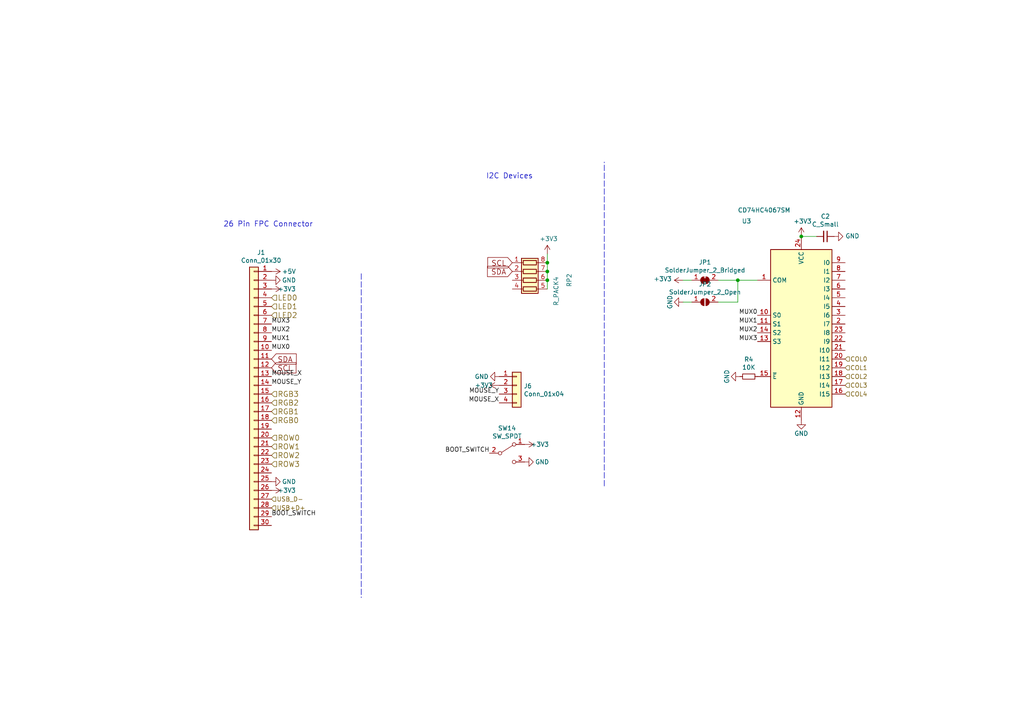
<source format=kicad_sch>
(kicad_sch (version 20211123) (generator eeschema)
  (paper "A4")
  (lib_symbols
    (symbol "74xx:CD74HC4067SM"
      (property "Reference" "U" (at -8.89 22.86 0))
      (property "Value" "CD74HC4067SM" (at 1.27 22.86 0))
      (symbol "CD74HC4067SM_0_1"
        (rectangle (start -8.89 21.59) (end 8.89 -24.13) (stroke (width 0.254)) (fill (type background)))
      )
      (symbol "CD74HC4067SM_1_1"
        (pin passive line (at -12.7 12.7 0) (length 3.81) (name "COM") (number "1"))
        (pin input line (at -12.7 2.54 0) (length 3.81) (name "S0") (number "10"))
        (pin input line (at -12.7 0 0) (length 3.81) (name "S1") (number "11"))
        (pin power_in line (at 0 -27.94 90) (length 3.81) (name "GND") (number "12"))
        (pin input line (at -12.7 -5.08 0) (length 3.81) (name "S3") (number "13"))
        (pin input line (at -12.7 -2.54 0) (length 3.81) (name "S2") (number "14"))
        (pin input line (at -12.7 -15.24 0) (length 3.81) (name "~{E}") (number "15"))
        (pin passive line (at 12.7 -20.32 180) (length 3.81) (name "I15") (number "16"))
        (pin passive line (at 12.7 -17.78 180) (length 3.81) (name "I14") (number "17"))
        (pin passive line (at 12.7 -15.24 180) (length 3.81) (name "I13") (number "18"))
        (pin passive line (at 12.7 -12.7 180) (length 3.81) (name "I12") (number "19"))
        (pin passive line (at 12.7 0 180) (length 3.81) (name "I7") (number "2"))
        (pin passive line (at 12.7 -10.16 180) (length 3.81) (name "I11") (number "20"))
        (pin passive line (at 12.7 -7.62 180) (length 3.81) (name "I10") (number "21"))
        (pin passive line (at 12.7 -5.08 180) (length 3.81) (name "I9") (number "22"))
        (pin passive line (at 12.7 -2.54 180) (length 3.81) (name "I8") (number "23"))
        (pin power_in line (at 0 25.4 270) (length 3.81) (name "VCC") (number "24"))
        (pin passive line (at 12.7 2.54 180) (length 3.81) (name "I6") (number "3"))
        (pin passive line (at 12.7 5.08 180) (length 3.81) (name "I5") (number "4"))
        (pin passive line (at 12.7 7.62 180) (length 3.81) (name "I4") (number "5"))
        (pin passive line (at 12.7 10.16 180) (length 3.81) (name "I3") (number "6"))
        (pin passive line (at 12.7 12.7 180) (length 3.81) (name "I2") (number "7"))
        (pin passive line (at 12.7 15.24 180) (length 3.81) (name "I1") (number "8"))
        (pin passive line (at 12.7 17.78 180) (length 3.81) (name "I0") (number "9"))
      )
    )
    (symbol "Connector_Generic:Conn_01x04" (pin_names (offset 1.016) hide)
      (property "Reference" "J" (at 0 5.08 0))
      (property "Value" "Conn_01x04" (at 0 -7.62 0))
      (symbol "Conn_01x04_1_1"
        (rectangle (start -1.27 -4.953) (end 0 -5.207) (stroke (width 0.1524)))
        (rectangle (start -1.27 -2.413) (end 0 -2.667) (stroke (width 0.1524)))
        (rectangle (start -1.27 0.127) (end 0 -0.127) (stroke (width 0.1524)))
        (rectangle (start -1.27 2.667) (end 0 2.413) (stroke (width 0.1524)))
        (rectangle (start -1.27 3.81) (end 1.27 -6.35) (stroke (width 0.254)) (fill (type background)))
        (pin passive line (at -5.08 2.54 0) (length 3.81) (name "Pin_1") (number "1"))
        (pin passive line (at -5.08 0 0) (length 3.81) (name "Pin_2") (number "2"))
        (pin passive line (at -5.08 -2.54 0) (length 3.81) (name "Pin_3") (number "3"))
        (pin passive line (at -5.08 -5.08 0) (length 3.81) (name "Pin_4") (number "4"))
      )
    )
    (symbol "Connector_Generic:Conn_01x30" (pin_names (offset 1.016) hide)
      (property "Reference" "J" (at 0 38.1 0))
      (property "Value" "Conn_01x30" (at 0 -40.64 0))
      (symbol "Conn_01x30_1_1"
        (rectangle (start -1.27 -37.973) (end 0 -38.227) (stroke (width 0.1524)))
        (rectangle (start -1.27 -35.433) (end 0 -35.687) (stroke (width 0.1524)))
        (rectangle (start -1.27 -32.893) (end 0 -33.147) (stroke (width 0.1524)))
        (rectangle (start -1.27 -30.353) (end 0 -30.607) (stroke (width 0.1524)))
        (rectangle (start -1.27 -27.813) (end 0 -28.067) (stroke (width 0.1524)))
        (rectangle (start -1.27 -25.273) (end 0 -25.527) (stroke (width 0.1524)))
        (rectangle (start -1.27 -22.733) (end 0 -22.987) (stroke (width 0.1524)))
        (rectangle (start -1.27 -20.193) (end 0 -20.447) (stroke (width 0.1524)))
        (rectangle (start -1.27 -17.653) (end 0 -17.907) (stroke (width 0.1524)))
        (rectangle (start -1.27 -15.113) (end 0 -15.367) (stroke (width 0.1524)))
        (rectangle (start -1.27 -12.573) (end 0 -12.827) (stroke (width 0.1524)))
        (rectangle (start -1.27 -10.033) (end 0 -10.287) (stroke (width 0.1524)))
        (rectangle (start -1.27 -7.493) (end 0 -7.747) (stroke (width 0.1524)))
        (rectangle (start -1.27 -4.953) (end 0 -5.207) (stroke (width 0.1524)))
        (rectangle (start -1.27 -2.413) (end 0 -2.667) (stroke (width 0.1524)))
        (rectangle (start -1.27 0.127) (end 0 -0.127) (stroke (width 0.1524)))
        (rectangle (start -1.27 2.667) (end 0 2.413) (stroke (width 0.1524)))
        (rectangle (start -1.27 5.207) (end 0 4.953) (stroke (width 0.1524)))
        (rectangle (start -1.27 7.747) (end 0 7.493) (stroke (width 0.1524)))
        (rectangle (start -1.27 10.287) (end 0 10.033) (stroke (width 0.1524)))
        (rectangle (start -1.27 12.827) (end 0 12.573) (stroke (width 0.1524)))
        (rectangle (start -1.27 15.367) (end 0 15.113) (stroke (width 0.1524)))
        (rectangle (start -1.27 17.907) (end 0 17.653) (stroke (width 0.1524)))
        (rectangle (start -1.27 20.447) (end 0 20.193) (stroke (width 0.1524)))
        (rectangle (start -1.27 22.987) (end 0 22.733) (stroke (width 0.1524)))
        (rectangle (start -1.27 25.527) (end 0 25.273) (stroke (width 0.1524)))
        (rectangle (start -1.27 28.067) (end 0 27.813) (stroke (width 0.1524)))
        (rectangle (start -1.27 30.607) (end 0 30.353) (stroke (width 0.1524)))
        (rectangle (start -1.27 33.147) (end 0 32.893) (stroke (width 0.1524)))
        (rectangle (start -1.27 35.687) (end 0 35.433) (stroke (width 0.1524)))
        (rectangle (start -1.27 36.83) (end 1.27 -39.37) (stroke (width 0.254)) (fill (type background)))
        (pin passive line (at -5.08 35.56 0) (length 3.81) (name "Pin_1") (number "1"))
        (pin passive line (at -5.08 12.7 0) (length 3.81) (name "Pin_10") (number "10"))
        (pin passive line (at -5.08 10.16 0) (length 3.81) (name "Pin_11") (number "11"))
        (pin passive line (at -5.08 7.62 0) (length 3.81) (name "Pin_12") (number "12"))
        (pin passive line (at -5.08 5.08 0) (length 3.81) (name "Pin_13") (number "13"))
        (pin passive line (at -5.08 2.54 0) (length 3.81) (name "Pin_14") (number "14"))
        (pin passive line (at -5.08 0 0) (length 3.81) (name "Pin_15") (number "15"))
        (pin passive line (at -5.08 -2.54 0) (length 3.81) (name "Pin_16") (number "16"))
        (pin passive line (at -5.08 -5.08 0) (length 3.81) (name "Pin_17") (number "17"))
        (pin passive line (at -5.08 -7.62 0) (length 3.81) (name "Pin_18") (number "18"))
        (pin passive line (at -5.08 -10.16 0) (length 3.81) (name "Pin_19") (number "19"))
        (pin passive line (at -5.08 33.02 0) (length 3.81) (name "Pin_2") (number "2"))
        (pin passive line (at -5.08 -12.7 0) (length 3.81) (name "Pin_20") (number "20"))
        (pin passive line (at -5.08 -15.24 0) (length 3.81) (name "Pin_21") (number "21"))
        (pin passive line (at -5.08 -17.78 0) (length 3.81) (name "Pin_22") (number "22"))
        (pin passive line (at -5.08 -20.32 0) (length 3.81) (name "Pin_23") (number "23"))
        (pin passive line (at -5.08 -22.86 0) (length 3.81) (name "Pin_24") (number "24"))
        (pin passive line (at -5.08 -25.4 0) (length 3.81) (name "Pin_25") (number "25"))
        (pin passive line (at -5.08 -27.94 0) (length 3.81) (name "Pin_26") (number "26"))
        (pin passive line (at -5.08 -30.48 0) (length 3.81) (name "Pin_27") (number "27"))
        (pin passive line (at -5.08 -33.02 0) (length 3.81) (name "Pin_28") (number "28"))
        (pin passive line (at -5.08 -35.56 0) (length 3.81) (name "Pin_29") (number "29"))
        (pin passive line (at -5.08 30.48 0) (length 3.81) (name "Pin_3") (number "3"))
        (pin passive line (at -5.08 -38.1 0) (length 3.81) (name "Pin_30") (number "30"))
        (pin passive line (at -5.08 27.94 0) (length 3.81) (name "Pin_4") (number "4"))
        (pin passive line (at -5.08 25.4 0) (length 3.81) (name "Pin_5") (number "5"))
        (pin passive line (at -5.08 22.86 0) (length 3.81) (name "Pin_6") (number "6"))
        (pin passive line (at -5.08 20.32 0) (length 3.81) (name "Pin_7") (number "7"))
        (pin passive line (at -5.08 17.78 0) (length 3.81) (name "Pin_8") (number "8"))
        (pin passive line (at -5.08 15.24 0) (length 3.81) (name "Pin_9") (number "9"))
      )
    )
    (symbol "Device:C_Small" (pin_numbers hide) (pin_names (offset 0.254) hide)
      (property "Reference" "C" (at 0.254 1.778 0))
      (property "Value" "C_Small" (at 0.254 -2.032 0))
      (symbol "C_Small_0_1"
        (polyline (pts (xy -1.524 -0.508) (xy 1.524 -0.508)) (stroke (width 0.3302)))
        (polyline (pts (xy -1.524 0.508) (xy 1.524 0.508)) (stroke (width 0.3048)))
      )
      (symbol "C_Small_1_1"
        (pin passive line (at 0 2.54 270) (length 2.032) (name "~") (number "1"))
        (pin passive line (at 0 -2.54 90) (length 2.032) (name "~") (number "2"))
      )
    )
    (symbol "Device:R_Pack04" (pin_names (offset 0) hide)
      (property "Reference" "RN" (at -7.62 0 90))
      (property "Value" "R_Pack04" (at 5.08 0 90))
      (symbol "R_Pack04_0_1"
        (rectangle (start -6.35 -2.413) (end 3.81 2.413) (stroke (width 0.254)) (fill (type background)))
        (rectangle (start -5.715 1.905) (end -4.445 -1.905) (stroke (width 0.254)))
        (rectangle (start -3.175 1.905) (end -1.905 -1.905) (stroke (width 0.254)))
        (rectangle (start -0.635 1.905) (end 0.635 -1.905) (stroke (width 0.254)))
        (polyline (pts (xy -5.08 -2.54) (xy -5.08 -1.905)))
        (polyline (pts (xy -5.08 1.905) (xy -5.08 2.54)))
        (polyline (pts (xy -2.54 -2.54) (xy -2.54 -1.905)))
        (polyline (pts (xy -2.54 1.905) (xy -2.54 2.54)))
        (polyline (pts (xy 0 -2.54) (xy 0 -1.905)))
        (polyline (pts (xy 0 1.905) (xy 0 2.54)))
        (polyline (pts (xy 2.54 -2.54) (xy 2.54 -1.905)))
        (polyline (pts (xy 2.54 1.905) (xy 2.54 2.54)))
        (rectangle (start 1.905 1.905) (end 3.175 -1.905) (stroke (width 0.254)))
      )
      (symbol "R_Pack04_1_1"
        (pin passive line (at -5.08 -5.08 90) (length 2.54) (name "R1.1") (number "1"))
        (pin passive line (at -2.54 -5.08 90) (length 2.54) (name "R2.1") (number "2"))
        (pin passive line (at 0 -5.08 90) (length 2.54) (name "R3.1") (number "3"))
        (pin passive line (at 2.54 -5.08 90) (length 2.54) (name "R4.1") (number "4"))
        (pin passive line (at 2.54 5.08 270) (length 2.54) (name "R4.2") (number "5"))
        (pin passive line (at 0 5.08 270) (length 2.54) (name "R3.2") (number "6"))
        (pin passive line (at -2.54 5.08 270) (length 2.54) (name "R2.2") (number "7"))
        (pin passive line (at -5.08 5.08 270) (length 2.54) (name "R1.2") (number "8"))
      )
    )
    (symbol "Device:R_Small" (pin_numbers hide) (pin_names (offset 0.254) hide)
      (property "Reference" "R" (at 0.762 0.508 0))
      (property "Value" "R_Small" (at 0.762 -1.016 0))
      (symbol "R_Small_0_1"
        (rectangle (start -0.762 1.778) (end 0.762 -1.778) (stroke (width 0.2032)))
      )
      (symbol "R_Small_1_1"
        (pin passive line (at 0 2.54 270) (length 0.762) (name "~") (number "1"))
        (pin passive line (at 0 -2.54 90) (length 0.762) (name "~") (number "2"))
      )
    )
    (symbol "FullKeyboardV1-cache:+3.3V" (power) (pin_names (offset 0))
      (property "Value" "+3.3V" (at 0 3.556 0))
      (symbol "+3.3V_0_1"
        (polyline (pts (xy -0.762 1.27) (xy 0 2.54)))
        (polyline (pts (xy 0 0) (xy 0 2.54)))
        (polyline (pts (xy 0 2.54) (xy 0.762 1.27)))
      )
      (symbol "+3.3V_1_1"
        (pin power_in line (at 0 0 90) (length 0) hide (name "+3V3") (number "1"))
      )
    )
    (symbol "Jumper:SolderJumper_2_Bridged" (pin_names (offset 0) hide)
      (property "Reference" "JP" (at 0 2.032 0))
      (property "Value" "SolderJumper_2_Bridged" (at 0 -2.54 0))
      (symbol "SolderJumper_2_Bridged_0_1"
        (rectangle (start -0.508 0.508) (end 0.508 -0.508) (fill (type outline)))
        (arc (start -0.254 1.016) (mid -1.27 0) (end -0.254 -1.016))
        (arc (start -0.254 1.016) (mid -1.27 0) (end -0.254 -1.016) (fill (type outline)))
        (polyline (pts (xy -0.254 1.016) (xy -0.254 -1.016)))
        (polyline (pts (xy 0.254 1.016) (xy 0.254 -1.016)))
        (arc (start 0.254 -1.016) (mid 1.27 0) (end 0.254 1.016))
        (arc (start 0.254 -1.016) (mid 1.27 0) (end 0.254 1.016) (fill (type outline)))
      )
      (symbol "SolderJumper_2_Bridged_1_1"
        (pin passive line (at -3.81 0 0) (length 2.54) (name "A") (number "1"))
        (pin passive line (at 3.81 0 180) (length 2.54) (name "B") (number "2"))
      )
    )
    (symbol "Jumper:SolderJumper_2_Open" (pin_names (offset 0) hide)
      (property "Reference" "JP" (at 0 2.032 0))
      (property "Value" "SolderJumper_2_Open" (at 0 -2.54 0))
      (symbol "SolderJumper_2_Open_0_1"
        (arc (start -0.254 1.016) (mid -1.27 0) (end -0.254 -1.016))
        (arc (start -0.254 1.016) (mid -1.27 0) (end -0.254 -1.016) (fill (type outline)))
        (polyline (pts (xy -0.254 1.016) (xy -0.254 -1.016)))
        (polyline (pts (xy 0.254 1.016) (xy 0.254 -1.016)))
        (arc (start 0.254 -1.016) (mid 1.27 0) (end 0.254 1.016))
        (arc (start 0.254 -1.016) (mid 1.27 0) (end 0.254 1.016) (fill (type outline)))
      )
      (symbol "SolderJumper_2_Open_1_1"
        (pin passive line (at -3.81 0 0) (length 2.54) (name "A") (number "1"))
        (pin passive line (at 3.81 0 180) (length 2.54) (name "B") (number "2"))
      )
    )
    (symbol "Switch:SW_SPDT" (pin_names (offset 0) hide)
      (property "Reference" "SW" (at 0 4.318 0))
      (property "Value" "SW_SPDT" (at 0 -5.08 0))
      (symbol "SW_SPDT_0_0"
        (circle (center -2.032 0) (radius 0.508))
        (circle (center 2.032 -2.54) (radius 0.508))
      )
      (symbol "SW_SPDT_0_1"
        (polyline (pts (xy -1.524 0.254) (xy 1.651 2.286)))
        (circle (center 2.032 2.54) (radius 0.508))
      )
      (symbol "SW_SPDT_1_1"
        (pin passive line (at 5.08 2.54 180) (length 2.54) (name "A") (number "1"))
        (pin passive line (at -5.08 0 0) (length 2.54) (name "B") (number "2"))
        (pin passive line (at 5.08 -2.54 180) (length 2.54) (name "C") (number "3"))
      )
    )
    (symbol "power:+3V3" (power) (pin_names (offset 0))
      (property "Value" "+3V3" (at 0 3.556 0))
      (symbol "+3V3_0_1"
        (polyline (pts (xy -0.762 1.27) (xy 0 2.54)))
        (polyline (pts (xy 0 0) (xy 0 2.54)))
        (polyline (pts (xy 0 2.54) (xy 0.762 1.27)))
      )
      (symbol "+3V3_1_1"
        (pin power_in line (at 0 0 90) (length 0) hide (name "+3V3") (number "1"))
      )
    )
    (symbol "power:+5V" (power) (pin_names (offset 0))
      (property "Value" "+5V" (at 0 3.556 0))
      (symbol "+5V_0_1"
        (polyline (pts (xy -0.762 1.27) (xy 0 2.54)))
        (polyline (pts (xy 0 0) (xy 0 2.54)))
        (polyline (pts (xy 0 2.54) (xy 0.762 1.27)))
      )
      (symbol "+5V_1_1"
        (pin power_in line (at 0 0 90) (length 0) hide (name "+5V") (number "1"))
      )
    )
    (symbol "power:GND" (power) (pin_names (offset 0))
      (property "Value" "GND" (at 0 -3.81 0))
      (symbol "GND_0_1"
        (polyline (pts (xy 0 0) (xy 0 -1.27) (xy 1.27 -1.27) (xy 0 -2.54) (xy -1.27 -1.27) (xy 0 -1.27)))
      )
      (symbol "GND_1_1"
        (pin power_in line (at 0 0 270) (length 0) hide (name "GND") (number "1"))
      )
    )
  )
  (junction (at 158.75 81.28))
  (junction (at 213.995 81.28))
  (junction (at 232.41 68.58))
  (junction (at 158.75 78.74))
  (junction (at 158.75 76.2))
  (wire (pts (xy 158.75 76.2) (xy 158.75 78.74)))
  (wire (pts (xy 213.995 81.28) (xy 219.71 81.28)))
  (wire (pts (xy 158.75 73.66) (xy 158.75 76.2)))
  (wire (pts (xy 198.12 81.28) (xy 200.66 81.28)))
  (wire (pts (xy 236.855 68.58) (xy 232.41 68.58)))
  (wire (pts (xy 198.12 87.63) (xy 200.66 87.63)))
  (wire (pts (xy 158.75 78.74) (xy 158.75 81.28)))
  (wire (pts (xy 213.995 81.28) (xy 208.28 81.28)))
  (wire (pts (xy 208.28 87.63) (xy 213.995 87.63)))
  (wire (pts (xy 213.995 87.63) (xy 213.995 81.28)))
  (polyline (pts (xy 104.775 79.375) (xy 104.775 173.355)))
  (polyline (pts (xy 175.26 140.97) (xy 175.26 46.99)))
  (wire (pts (xy 158.75 81.28) (xy 158.75 83.82)))
  (text "I2C Devices" (at 140.97 52.07 0) (effects (font (size 1.524 1.524)) (justify left bottom)))
  (text "26 Pin FPC Connector" (at 64.77 66.04 0) (effects (font (size 1.524 1.524)) (justify left bottom)))
  (label "MUX1" (at 78.74 99.06 0))
  (label "MOUSE_X" (at 144.78 116.84 180))
  (label "MUX0" (at 78.74 101.6 0))
  (label "BOOT_SWITCH" (at 141.986 131.445 180))
  (label "MUX3" (at 78.74 93.98 0))
  (label "MOUSE_Y" (at 78.74 111.76 0))
  (label "BOOT_SWITCH" (at 78.74 149.86 0))
  (label "MOUSE_X" (at 78.74 109.22 0))
  (label "MUX3" (at 219.71 99.06 180))
  (label "MUX0" (at 219.71 91.44 180))
  (label "MOUSE_Y" (at 144.78 114.3 180))
  (label "MUX2" (at 78.74 96.52 0))
  (label "MUX1" (at 219.71 93.98 180))
  (label "MUX2" (at 219.71 96.52 180))
  (global_label "SCL" (shape input) (at 78.74 106.68 0) (effects (font (size 1.524 1.524))) (property "Intersheet References" "${INTERSHEET_REFS}" (effects hide)))
  (global_label "SDA" (shape input) (at 78.74 104.14 0) (effects (font (size 1.524 1.524))) (property "Intersheet References" "${INTERSHEET_REFS}" (effects hide)))
  (global_label "SCL" (shape input) (at 148.59 76.2 180) (effects (font (size 1.524 1.524))) (property "Intersheet References" "${INTERSHEET_REFS}" (effects hide)))
  (global_label "SDA" (shape input) (at 148.59 78.74 180) (effects (font (size 1.524 1.524))) (property "Intersheet References" "${INTERSHEET_REFS}" (effects hide)))
  (hierarchical_label "LED1" (shape input) (at 78.74 88.9 0) (effects (font (size 1.524 1.524))))
  (hierarchical_label "RGB0" (shape input) (at 78.74 121.92 0) (effects (font (size 1.524 1.524))))
  (hierarchical_label "RGB2" (shape input) (at 78.74 116.84 0) (effects (font (size 1.524 1.524))))
  (hierarchical_label "LED2" (shape input) (at 78.74 91.44 0) (effects (font (size 1.524 1.524))))
  (hierarchical_label "USB+D+" (shape input) (at 78.74 147.32 0))
  (hierarchical_label "RGB3" (shape input) (at 78.74 114.3 0) (effects (font (size 1.524 1.524))))
  (hierarchical_label "RGB1" (shape input) (at 78.74 119.38 0) (effects (font (size 1.524 1.524))))
  (hierarchical_label "ROW2" (shape input) (at 78.74 132.08 0) (effects (font (size 1.524 1.524))))
  (hierarchical_label "COL1" (shape input) (at 245.11 106.68 0))
  (hierarchical_label "LED0" (shape input) (at 78.74 86.36 0) (effects (font (size 1.524 1.524))))
  (hierarchical_label "ROW1" (shape input) (at 78.74 129.54 0) (effects (font (size 1.524 1.524))))
  (hierarchical_label "COL3" (shape input) (at 245.11 111.76 0))
  (hierarchical_label "ROW3" (shape input) (at 78.74 134.62 0) (effects (font (size 1.524 1.524))))
  (hierarchical_label "COL0" (shape input) (at 245.11 104.14 0))
  (hierarchical_label "COL2" (shape input) (at 245.11 109.22 0))
  (hierarchical_label "COL4" (shape input) (at 245.11 114.3 0))
  (hierarchical_label "ROW0" (shape input) (at 78.74 127 0) (effects (font (size 1.524 1.524))))
  (hierarchical_label "USB_D-" (shape input) (at 78.74 144.78 0))
  (symbol (lib_id "power:GND") (at 78.74 139.7 90) (unit 1)
    (property "Reference" "#PWR0165" (effects hide))
    (property "Value" "GND" (at 83.82 139.7 90))
  )
  (symbol (lib_id "Device:R_Pack04") (at 153.67 81.28 270) (unit 1)
    (property "Reference" "RP2" (at 165.1 81.28 0))
    (property "Value" "R_PACK4" (at 161.29 84.455 0))
    (property "Footprint" "Resistor_SMD:R_Array_Concave_4x0402" (effects hide))
  )
  (symbol (lib_id "Connector_Generic:Conn_01x30") (at 73.66 114.3 0) (mirror y) (unit 1)
    (property "Reference" "J1" (at 75.7428 73.2282 0))
    (property "Value" "Conn_01x30" (at 75.7428 75.5396 0))
    (property "Footprint" "Connector_FFC-FPC:Hirose_FH12-30S-0.5SH_1x30-1MP_P0.50mm_Horizontal" (effects hide))
  )
  (symbol (lib_id "74xx:CD74HC4067SM") (at 232.41 93.98 0) (unit 1)
    (property "Reference" "U3" (at 216.535 64.135 0))
    (property "Value" "CD74HC4067SM" (at 221.615 60.96 0))
    (property "Footprint" "Package_SO:SSOP-24_5.3x8.2mm_P0.65mm" (effects hide))
    (property "Datasheet" "http://www.ti.com/lit/ds/symlink/cd74hc4067.pdf" (effects hide))
  )
  (symbol (lib_id "Connector_Generic:Conn_01x04") (at 149.86 111.76 0) (unit 1)
    (property "Reference" "J6" (at 151.892 111.9632 0) (effects (justify left)))
    (property "Value" "Conn_01x04" (at 151.892 114.2746 0) (effects (justify left)))
    (property "Footprint" "Connector_JST:JST_PH_S4B-PH-SM4-TB_1x04-1MP_P2.00mm_Horizontal" (effects hide))
  )
  (symbol (lib_id "power:+3V3") (at 144.78 111.76 90) (unit 1)
    (property "Reference" "#PWR0166" (effects hide))
    (property "Value" "+3V3" (at 140.335 111.76 90))
  )
  (symbol (lib_id "power:GND") (at 144.78 109.22 270) (unit 1)
    (property "Reference" "#PWR0222" (effects hide))
    (property "Value" "GND" (at 139.7 109.22 90))
  )
  (symbol (lib_id "power:GND") (at 78.74 81.28 90) (unit 1)
    (property "Reference" "#PWR0186" (effects hide))
    (property "Value" "GND" (at 83.82 81.28 90))
  )
  (symbol (lib_id "power:+5V") (at 78.74 78.74 270) (unit 1)
    (property "Reference" "#PWR0187" (effects hide))
    (property "Value" "+5V" (at 83.82 78.74 90))
  )
  (symbol (lib_id "power:+3V3") (at 78.74 83.82 270) (unit 1)
    (property "Reference" "#PWR0188" (effects hide))
    (property "Value" "+3V3" (at 83.185 83.82 90))
  )
  (symbol (lib_id "Switch:SW_SPDT") (at 147.066 131.445 0) (unit 1)
    (property "Reference" "SW14" (at 147.066 124.206 0))
    (property "Value" "SW_SPDT" (at 147.066 126.5174 0))
    (property "Footprint" "keyboard:SS12F23" (effects hide))
  )
  (symbol (lib_id "power:+3V3") (at 152.146 128.905 270) (unit 1)
    (property "Reference" "#PWR0174" (effects hide))
    (property "Value" "+3V3" (at 156.591 128.905 90))
  )
  (symbol (lib_id "power:GND") (at 152.146 133.985 90) (unit 1)
    (property "Reference" "#PWR0175" (effects hide))
    (property "Value" "GND" (at 157.226 133.985 90))
  )
  (symbol (lib_id "FullKeyboardV1-cache:+3.3V") (at 158.75 73.66 0) (unit 1)
    (property "Reference" "#PWR0169" (effects hide))
    (property "Value" "+3.3V" (at 159.131 69.2658 0))
  )
  (symbol (lib_id "power:+3V3") (at 78.74 142.24 270) (unit 1)
    (property "Reference" "#PWR0176" (effects hide))
    (property "Value" "+3V3" (at 83.185 142.24 90))
  )
  (symbol (lib_id "FullKeyboardV1-cache:+3.3V") (at 232.41 68.58 0) (unit 1)
    (property "Reference" "#PWR0189" (effects hide))
    (property "Value" "+3.3V" (at 232.791 64.1858 0))
  )
  (symbol (lib_id "power:GND") (at 232.41 121.92 0) (unit 1)
    (property "Reference" "#PWR0193" (effects hide))
    (property "Value" "GND" (at 232.41 125.73 0))
  )
  (symbol (lib_id "FullKeyboardV1-cache:+3.3V") (at 198.12 81.28 90) (unit 1)
    (property "Reference" "#PWR0194" (effects hide))
    (property "Value" "+3.3V" (at 194.8688 80.899 90) (effects (justify left)))
  )
  (symbol (lib_id "power:GND") (at 198.12 87.63 270) (unit 1)
    (property "Reference" "#PWR0195" (effects hide))
    (property "Value" "GND" (at 194.31 87.63 0))
  )
  (symbol (lib_id "Jumper:SolderJumper_2_Open") (at 204.47 87.63 0) (unit 1)
    (property "Reference" "JP2" (at 204.47 82.423 0))
    (property "Value" "SolderJumper_2_Open" (at 204.47 84.7344 0))
    (property "Footprint" "Jumper:SolderJumper-2_P1.3mm_Open_RoundedPad1.0x1.5mm" (effects hide))
  )
  (symbol (lib_id "Jumper:SolderJumper_2_Bridged") (at 204.47 81.28 0) (unit 1)
    (property "Reference" "JP1" (at 204.47 76.073 0))
    (property "Value" "SolderJumper_2_Bridged" (at 204.47 78.3844 0))
    (property "Footprint" "Jumper:SolderJumper-2_P1.3mm_Bridged_RoundedPad1.0x1.5mm" (effects hide))
  )
  (symbol (lib_id "power:GND") (at 214.63 109.22 270) (unit 1)
    (property "Reference" "#PWR0196" (effects hide))
    (property "Value" "GND" (at 210.82 109.22 0))
  )
  (symbol (lib_id "Device:C_Small") (at 239.395 68.58 270) (unit 1)
    (property "Reference" "C2" (at 239.395 62.7634 90))
    (property "Value" "C_Small" (at 239.395 65.0748 90))
    (property "Footprint" "Capacitor_SMD:C_0603_1608Metric" (effects hide))
  )
  (symbol (lib_id "power:GND") (at 241.935 68.58 90) (unit 1)
    (property "Reference" "#PWR0197" (effects hide))
    (property "Value" "GND" (at 245.1862 68.453 90) (effects (justify right)))
  )
  (symbol (lib_id "Device:R_Small") (at 217.17 109.22 270) (unit 1)
    (property "Reference" "R4" (at 217.17 104.2416 90))
    (property "Value" "10K" (at 217.17 106.553 90))
    (property "Footprint" "Resistor_SMD:R_0603_1608Metric" (effects hide))
  )
)
</source>
